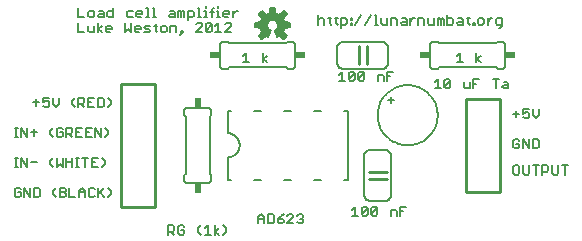
<source format=gto>
G75*
G70*
%OFA0B0*%
%FSLAX24Y24*%
%IPPOS*%
%LPD*%
%AMOC8*
5,1,8,0,0,1.08239X$1,22.5*
%
%ADD10C,0.0050*%
%ADD11C,0.0100*%
%ADD12C,0.0060*%
%ADD13R,0.0240X0.0340*%
%ADD14R,0.0340X0.0240*%
%ADD15C,0.0059*%
D10*
X001131Y002456D02*
X001232Y002456D01*
X001282Y002506D01*
X001282Y002607D01*
X001181Y002607D01*
X001081Y002707D02*
X001081Y002506D01*
X001131Y002456D01*
X001404Y002456D02*
X001404Y002757D01*
X001604Y002456D01*
X001604Y002757D01*
X001726Y002757D02*
X001876Y002757D01*
X001926Y002707D01*
X001926Y002506D01*
X001876Y002456D01*
X001726Y002456D01*
X001726Y002757D01*
X001282Y002707D02*
X001232Y002757D01*
X001131Y002757D01*
X001081Y002707D01*
X002370Y002657D02*
X002370Y002556D01*
X002470Y002456D01*
X002585Y002456D02*
X002735Y002456D01*
X002785Y002506D01*
X002785Y002556D01*
X002735Y002607D01*
X002585Y002607D01*
X002585Y002757D02*
X002735Y002757D01*
X002785Y002707D01*
X002785Y002657D01*
X002735Y002607D01*
X002585Y002456D02*
X002585Y002757D01*
X002470Y002757D02*
X002370Y002657D01*
X002907Y002757D02*
X002907Y002456D01*
X003108Y002456D01*
X003230Y002456D02*
X003230Y002657D01*
X003330Y002757D01*
X003430Y002657D01*
X003430Y002456D01*
X003552Y002506D02*
X003602Y002456D01*
X003702Y002456D01*
X003752Y002506D01*
X003874Y002456D02*
X003874Y002757D01*
X003752Y002707D02*
X003702Y002757D01*
X003602Y002757D01*
X003552Y002707D01*
X003552Y002506D01*
X003430Y002607D02*
X003230Y002607D01*
X003874Y002556D02*
X004074Y002757D01*
X004196Y002757D02*
X004297Y002657D01*
X004297Y002556D01*
X004196Y002456D01*
X004074Y002456D02*
X003924Y002607D01*
X003982Y003456D02*
X004082Y003556D01*
X004082Y003657D01*
X003982Y003757D01*
X003860Y003757D02*
X003659Y003757D01*
X003659Y003456D01*
X003860Y003456D01*
X003759Y003607D02*
X003659Y003607D01*
X003437Y003757D02*
X003437Y003456D01*
X003222Y003456D02*
X003122Y003456D01*
X003172Y003456D02*
X003172Y003757D01*
X003122Y003757D02*
X003222Y003757D01*
X003337Y003757D02*
X003537Y003757D01*
X003000Y003757D02*
X003000Y003456D01*
X003000Y003607D02*
X002800Y003607D01*
X002800Y003757D02*
X002800Y003456D01*
X002678Y003456D02*
X002678Y003757D01*
X002478Y003757D02*
X002478Y003456D01*
X002578Y003556D01*
X002678Y003456D01*
X002363Y003456D02*
X002263Y003556D01*
X002263Y003657D01*
X002363Y003757D01*
X001819Y003607D02*
X001619Y003607D01*
X001496Y003757D02*
X001496Y003456D01*
X001296Y003757D01*
X001296Y003456D01*
X001181Y003456D02*
X001081Y003456D01*
X001131Y003456D02*
X001131Y003757D01*
X001081Y003757D02*
X001181Y003757D01*
X001181Y004456D02*
X001081Y004456D01*
X001131Y004456D02*
X001131Y004757D01*
X001081Y004757D02*
X001181Y004757D01*
X001296Y004757D02*
X001496Y004456D01*
X001496Y004757D01*
X001296Y004757D02*
X001296Y004456D01*
X001619Y004607D02*
X001819Y004607D01*
X001719Y004707D02*
X001719Y004506D01*
X002263Y004556D02*
X002363Y004456D01*
X002478Y004506D02*
X002528Y004456D01*
X002628Y004456D01*
X002678Y004506D01*
X002678Y004607D01*
X002578Y004607D01*
X002678Y004707D02*
X002628Y004757D01*
X002528Y004757D01*
X002478Y004707D01*
X002478Y004506D01*
X002263Y004556D02*
X002263Y004657D01*
X002363Y004757D01*
X002800Y004757D02*
X002950Y004757D01*
X003000Y004707D01*
X003000Y004607D01*
X002950Y004556D01*
X002800Y004556D01*
X002800Y004456D02*
X002800Y004757D01*
X002900Y004556D02*
X003000Y004456D01*
X003122Y004456D02*
X003322Y004456D01*
X003445Y004456D02*
X003645Y004456D01*
X003767Y004456D02*
X003767Y004757D01*
X003967Y004456D01*
X003967Y004757D01*
X004089Y004757D02*
X004189Y004657D01*
X004189Y004556D01*
X004089Y004456D01*
X003645Y004757D02*
X003445Y004757D01*
X003445Y004456D01*
X003445Y004607D02*
X003545Y004607D01*
X003322Y004757D02*
X003122Y004757D01*
X003122Y004456D01*
X003122Y004607D02*
X003222Y004607D01*
X003210Y005456D02*
X003210Y005757D01*
X003360Y005757D01*
X003410Y005707D01*
X003410Y005607D01*
X003360Y005556D01*
X003210Y005556D01*
X003310Y005556D02*
X003410Y005456D01*
X003532Y005456D02*
X003733Y005456D01*
X003855Y005456D02*
X004005Y005456D01*
X004055Y005506D01*
X004055Y005707D01*
X004005Y005757D01*
X003855Y005757D01*
X003855Y005456D01*
X003633Y005607D02*
X003532Y005607D01*
X003532Y005757D02*
X003532Y005456D01*
X003095Y005456D02*
X002995Y005556D01*
X002995Y005657D01*
X003095Y005757D01*
X003532Y005757D02*
X003733Y005757D01*
X004177Y005757D02*
X004277Y005657D01*
X004277Y005556D01*
X004177Y005456D01*
X002551Y005556D02*
X002451Y005456D01*
X002351Y005556D01*
X002351Y005757D01*
X002229Y005757D02*
X002029Y005757D01*
X002029Y005607D01*
X002129Y005657D01*
X002179Y005657D01*
X002229Y005607D01*
X002229Y005506D01*
X002179Y005456D01*
X002079Y005456D01*
X002029Y005506D01*
X001907Y005607D02*
X001706Y005607D01*
X001806Y005707D02*
X001806Y005506D01*
X002551Y005556D02*
X002551Y005757D01*
X006590Y007856D02*
X006690Y007956D01*
X006640Y007956D01*
X006640Y008006D01*
X006690Y008006D01*
X006690Y007956D01*
X006468Y007956D02*
X006468Y008107D01*
X006418Y008157D01*
X006268Y008157D01*
X006268Y007956D01*
X006146Y008006D02*
X006146Y008107D01*
X006096Y008157D01*
X005996Y008157D01*
X005946Y008107D01*
X005946Y008006D01*
X005996Y007956D01*
X006096Y007956D01*
X006146Y008006D01*
X005831Y007956D02*
X005781Y008006D01*
X005781Y008207D01*
X005731Y008157D02*
X005831Y008157D01*
X005609Y008157D02*
X005458Y008157D01*
X005408Y008107D01*
X005458Y008056D01*
X005559Y008056D01*
X005609Y008006D01*
X005559Y007956D01*
X005408Y007956D01*
X005286Y008056D02*
X005086Y008056D01*
X005086Y008006D02*
X005086Y008107D01*
X005136Y008157D01*
X005236Y008157D01*
X005286Y008107D01*
X005286Y008056D01*
X005236Y007956D02*
X005136Y007956D01*
X005086Y008006D01*
X004964Y007956D02*
X004964Y008257D01*
X004764Y008257D02*
X004764Y007956D01*
X004864Y008056D01*
X004964Y007956D01*
X004320Y008056D02*
X004119Y008056D01*
X004119Y008006D02*
X004119Y008107D01*
X004169Y008157D01*
X004270Y008157D01*
X004320Y008107D01*
X004320Y008056D01*
X004270Y007956D02*
X004169Y007956D01*
X004119Y008006D01*
X004001Y007956D02*
X003851Y008056D01*
X004001Y008157D01*
X003851Y008257D02*
X003851Y007956D01*
X003729Y007956D02*
X003729Y008157D01*
X003529Y008157D02*
X003529Y008006D01*
X003579Y007956D01*
X003729Y007956D01*
X003407Y007956D02*
X003206Y007956D01*
X003206Y008257D01*
X003206Y008456D02*
X003407Y008456D01*
X003529Y008506D02*
X003579Y008456D01*
X003679Y008456D01*
X003729Y008506D01*
X003729Y008607D01*
X003679Y008657D01*
X003579Y008657D01*
X003529Y008607D01*
X003529Y008506D01*
X003851Y008506D02*
X003901Y008556D01*
X004051Y008556D01*
X004051Y008607D02*
X004051Y008456D01*
X003901Y008456D01*
X003851Y008506D01*
X003901Y008657D02*
X004001Y008657D01*
X004051Y008607D01*
X004173Y008607D02*
X004173Y008506D01*
X004223Y008456D01*
X004373Y008456D01*
X004373Y008757D01*
X004373Y008657D02*
X004223Y008657D01*
X004173Y008607D01*
X004818Y008607D02*
X004818Y008506D01*
X004868Y008456D01*
X005018Y008456D01*
X005140Y008506D02*
X005140Y008607D01*
X005190Y008657D01*
X005290Y008657D01*
X005340Y008607D01*
X005340Y008556D01*
X005140Y008556D01*
X005140Y008506D02*
X005190Y008456D01*
X005290Y008456D01*
X005462Y008456D02*
X005562Y008456D01*
X005512Y008456D02*
X005512Y008757D01*
X005462Y008757D01*
X005677Y008757D02*
X005727Y008757D01*
X005727Y008456D01*
X005677Y008456D02*
X005777Y008456D01*
X006214Y008506D02*
X006264Y008456D01*
X006414Y008456D01*
X006414Y008607D01*
X006364Y008657D01*
X006264Y008657D01*
X006264Y008556D02*
X006414Y008556D01*
X006264Y008556D02*
X006214Y008506D01*
X006536Y008456D02*
X006536Y008657D01*
X006586Y008657D01*
X006636Y008607D01*
X006686Y008657D01*
X006736Y008607D01*
X006736Y008456D01*
X006636Y008456D02*
X006636Y008607D01*
X006859Y008657D02*
X007009Y008657D01*
X007059Y008607D01*
X007059Y008506D01*
X007009Y008456D01*
X006859Y008456D01*
X006859Y008356D02*
X006859Y008657D01*
X007181Y008757D02*
X007231Y008757D01*
X007231Y008456D01*
X007181Y008456D02*
X007281Y008456D01*
X007396Y008456D02*
X007496Y008456D01*
X007446Y008456D02*
X007446Y008657D01*
X007396Y008657D01*
X007446Y008757D02*
X007446Y008807D01*
X007661Y008707D02*
X007711Y008757D01*
X007661Y008707D02*
X007661Y008456D01*
X007825Y008456D02*
X007925Y008456D01*
X007875Y008456D02*
X007875Y008657D01*
X007825Y008657D01*
X007875Y008757D02*
X007875Y008807D01*
X007711Y008607D02*
X007610Y008607D01*
X008040Y008607D02*
X008040Y008506D01*
X008090Y008456D01*
X008190Y008456D01*
X008240Y008556D02*
X008040Y008556D01*
X008040Y008607D02*
X008090Y008657D01*
X008190Y008657D01*
X008240Y008607D01*
X008240Y008556D01*
X008362Y008556D02*
X008462Y008657D01*
X008513Y008657D01*
X008362Y008657D02*
X008362Y008456D01*
X008244Y008257D02*
X008144Y008257D01*
X008094Y008207D01*
X008244Y008257D02*
X008294Y008207D01*
X008294Y008157D01*
X008094Y007956D01*
X008294Y007956D01*
X007972Y007956D02*
X007772Y007956D01*
X007872Y007956D02*
X007872Y008257D01*
X007772Y008157D01*
X007649Y008207D02*
X007649Y008006D01*
X007599Y007956D01*
X007499Y007956D01*
X007449Y008006D01*
X007649Y008207D01*
X007599Y008257D01*
X007499Y008257D01*
X007449Y008207D01*
X007449Y008006D01*
X007327Y007956D02*
X007127Y007956D01*
X007327Y008157D01*
X007327Y008207D01*
X007277Y008257D01*
X007177Y008257D01*
X007127Y008207D01*
X008706Y007157D02*
X008806Y007257D01*
X008806Y006956D01*
X008706Y006956D02*
X008907Y006956D01*
X009351Y006956D02*
X009351Y007257D01*
X009501Y007157D02*
X009351Y007056D01*
X009501Y006956D01*
X011894Y006532D02*
X011994Y006632D01*
X011994Y006331D01*
X011894Y006331D02*
X012094Y006331D01*
X012216Y006381D02*
X012416Y006582D01*
X012416Y006381D01*
X012366Y006331D01*
X012266Y006331D01*
X012216Y006381D01*
X012216Y006582D01*
X012266Y006632D01*
X012366Y006632D01*
X012416Y006582D01*
X012538Y006582D02*
X012588Y006632D01*
X012689Y006632D01*
X012739Y006582D01*
X012538Y006381D01*
X012588Y006331D01*
X012689Y006331D01*
X012739Y006381D01*
X012739Y006582D01*
X012538Y006582D02*
X012538Y006381D01*
X013183Y006331D02*
X013183Y006532D01*
X013333Y006532D01*
X013383Y006482D01*
X013383Y006331D01*
X013505Y006331D02*
X013505Y006632D01*
X013705Y006632D01*
X013605Y006482D02*
X013505Y006482D01*
X015081Y006282D02*
X015181Y006382D01*
X015181Y006081D01*
X015081Y006081D02*
X015282Y006081D01*
X015404Y006131D02*
X015454Y006081D01*
X015554Y006081D01*
X015604Y006131D01*
X015604Y006332D01*
X015404Y006131D01*
X015404Y006332D01*
X015454Y006382D01*
X015554Y006382D01*
X015604Y006332D01*
X016048Y006282D02*
X016048Y006131D01*
X016098Y006081D01*
X016248Y006081D01*
X016248Y006282D01*
X016370Y006232D02*
X016470Y006232D01*
X016370Y006382D02*
X016571Y006382D01*
X016370Y006382D02*
X016370Y006081D01*
X017015Y006382D02*
X017215Y006382D01*
X017115Y006382D02*
X017115Y006081D01*
X017337Y006131D02*
X017387Y006181D01*
X017537Y006181D01*
X017537Y006232D02*
X017487Y006282D01*
X017387Y006282D01*
X017537Y006232D02*
X017537Y006081D01*
X017387Y006081D01*
X017337Y006131D01*
X017806Y005332D02*
X017806Y005131D01*
X017706Y005232D02*
X017907Y005232D01*
X018029Y005232D02*
X018029Y005382D01*
X018229Y005382D01*
X018179Y005282D02*
X018229Y005232D01*
X018229Y005131D01*
X018179Y005081D01*
X018079Y005081D01*
X018029Y005131D01*
X018029Y005232D02*
X018129Y005282D01*
X018179Y005282D01*
X018351Y005382D02*
X018351Y005181D01*
X018451Y005081D01*
X018551Y005181D01*
X018551Y005382D01*
X018501Y004382D02*
X018351Y004382D01*
X018351Y004081D01*
X018501Y004081D01*
X018551Y004131D01*
X018551Y004332D01*
X018501Y004382D01*
X018229Y004382D02*
X018229Y004081D01*
X018029Y004382D01*
X018029Y004081D01*
X017907Y004131D02*
X017907Y004232D01*
X017806Y004232D01*
X017706Y004332D02*
X017706Y004131D01*
X017756Y004081D01*
X017857Y004081D01*
X017907Y004131D01*
X017907Y004332D02*
X017857Y004382D01*
X017756Y004382D01*
X017706Y004332D01*
X017756Y003507D02*
X017706Y003457D01*
X017706Y003256D01*
X017756Y003206D01*
X017857Y003206D01*
X017907Y003256D01*
X017907Y003457D01*
X017857Y003507D01*
X017756Y003507D01*
X018029Y003507D02*
X018029Y003256D01*
X018079Y003206D01*
X018179Y003206D01*
X018229Y003256D01*
X018229Y003507D01*
X018351Y003507D02*
X018551Y003507D01*
X018451Y003507D02*
X018451Y003206D01*
X018673Y003206D02*
X018673Y003507D01*
X018823Y003507D01*
X018873Y003457D01*
X018873Y003357D01*
X018823Y003306D01*
X018673Y003306D01*
X018995Y003256D02*
X018995Y003507D01*
X019196Y003507D02*
X019196Y003256D01*
X019146Y003206D01*
X019045Y003206D01*
X018995Y003256D01*
X019318Y003507D02*
X019518Y003507D01*
X019418Y003507D02*
X019418Y003206D01*
X014143Y002132D02*
X013943Y002132D01*
X013943Y001831D01*
X013821Y001831D02*
X013821Y001982D01*
X013771Y002032D01*
X013620Y002032D01*
X013620Y001831D01*
X013943Y001982D02*
X014043Y001982D01*
X013176Y002082D02*
X013176Y001881D01*
X013126Y001831D01*
X013026Y001831D01*
X012976Y001881D01*
X013176Y002082D01*
X013126Y002132D01*
X013026Y002132D01*
X012976Y002082D01*
X012976Y001881D01*
X012854Y001881D02*
X012804Y001831D01*
X012704Y001831D01*
X012654Y001881D01*
X012854Y002082D01*
X012854Y001881D01*
X012654Y001881D02*
X012654Y002082D01*
X012704Y002132D01*
X012804Y002132D01*
X012854Y002082D01*
X012431Y002132D02*
X012431Y001831D01*
X012331Y001831D02*
X012532Y001831D01*
X012331Y002032D02*
X012431Y002132D01*
X010696Y001832D02*
X010696Y001782D01*
X010646Y001732D01*
X010696Y001681D01*
X010696Y001631D01*
X010646Y001581D01*
X010545Y001581D01*
X010495Y001631D01*
X010373Y001581D02*
X010173Y001581D01*
X010373Y001782D01*
X010373Y001832D01*
X010323Y001882D01*
X010223Y001882D01*
X010173Y001832D01*
X010051Y001882D02*
X009951Y001832D01*
X009851Y001732D01*
X010001Y001732D01*
X010051Y001681D01*
X010051Y001631D01*
X010001Y001581D01*
X009901Y001581D01*
X009851Y001631D01*
X009851Y001732D01*
X009729Y001832D02*
X009729Y001631D01*
X009679Y001581D01*
X009529Y001581D01*
X009529Y001882D01*
X009679Y001882D01*
X009729Y001832D01*
X009407Y001782D02*
X009407Y001581D01*
X009407Y001732D02*
X009206Y001732D01*
X009206Y001782D02*
X009206Y001581D01*
X009206Y001782D02*
X009306Y001882D01*
X009407Y001782D01*
X010495Y001832D02*
X010545Y001882D01*
X010646Y001882D01*
X010696Y001832D01*
X010646Y001732D02*
X010595Y001732D01*
X008112Y001407D02*
X008112Y001306D01*
X008012Y001206D01*
X007894Y001206D02*
X007744Y001306D01*
X007894Y001407D01*
X008012Y001507D02*
X008112Y001407D01*
X007744Y001507D02*
X007744Y001206D01*
X007621Y001206D02*
X007421Y001206D01*
X007521Y001206D02*
X007521Y001507D01*
X007421Y001407D01*
X007306Y001507D02*
X007206Y001407D01*
X007206Y001306D01*
X007306Y001206D01*
X006729Y001256D02*
X006729Y001357D01*
X006629Y001357D01*
X006729Y001457D02*
X006679Y001507D01*
X006579Y001507D01*
X006529Y001457D01*
X006529Y001256D01*
X006579Y001206D01*
X006679Y001206D01*
X006729Y001256D01*
X006407Y001206D02*
X006306Y001306D01*
X006357Y001306D02*
X006206Y001306D01*
X006206Y001206D02*
X006206Y001507D01*
X006357Y001507D01*
X006407Y001457D01*
X006407Y001357D01*
X006357Y001306D01*
X015816Y006956D02*
X016017Y006956D01*
X015916Y006956D02*
X015916Y007257D01*
X015816Y007157D01*
X016461Y007257D02*
X016461Y006956D01*
X016461Y007056D02*
X016611Y007157D01*
X016461Y007056D02*
X016611Y006956D01*
X017214Y008106D02*
X017264Y008106D01*
X017314Y008156D01*
X017314Y008407D01*
X017164Y008407D01*
X017114Y008357D01*
X017114Y008256D01*
X017164Y008206D01*
X017314Y008206D01*
X016996Y008407D02*
X016946Y008407D01*
X016846Y008306D01*
X016846Y008206D02*
X016846Y008407D01*
X016724Y008357D02*
X016674Y008407D01*
X016574Y008407D01*
X016523Y008357D01*
X016523Y008256D01*
X016574Y008206D01*
X016674Y008206D01*
X016724Y008256D01*
X016724Y008357D01*
X016412Y008256D02*
X016412Y008206D01*
X016362Y008206D01*
X016362Y008256D01*
X016412Y008256D01*
X016248Y008206D02*
X016198Y008256D01*
X016198Y008457D01*
X016148Y008407D02*
X016248Y008407D01*
X016025Y008357D02*
X016025Y008206D01*
X015875Y008206D01*
X015825Y008256D01*
X015875Y008306D01*
X016025Y008306D01*
X016025Y008357D02*
X015975Y008407D01*
X015875Y008407D01*
X015703Y008357D02*
X015653Y008407D01*
X015503Y008407D01*
X015503Y008507D02*
X015503Y008206D01*
X015653Y008206D01*
X015703Y008256D01*
X015703Y008357D01*
X015381Y008357D02*
X015381Y008206D01*
X015281Y008206D02*
X015281Y008357D01*
X015331Y008407D01*
X015381Y008357D01*
X015281Y008357D02*
X015231Y008407D01*
X015181Y008407D01*
X015181Y008206D01*
X015059Y008206D02*
X015059Y008407D01*
X014859Y008407D02*
X014859Y008256D01*
X014909Y008206D01*
X015059Y008206D01*
X014736Y008206D02*
X014736Y008357D01*
X014686Y008407D01*
X014536Y008407D01*
X014536Y008206D01*
X014368Y008407D02*
X014268Y008306D01*
X014268Y008206D02*
X014268Y008407D01*
X014368Y008407D02*
X014418Y008407D01*
X014146Y008357D02*
X014146Y008206D01*
X013996Y008206D01*
X013946Y008256D01*
X013996Y008306D01*
X014146Y008306D01*
X014146Y008357D02*
X014096Y008407D01*
X013996Y008407D01*
X013823Y008357D02*
X013823Y008206D01*
X013823Y008357D02*
X013773Y008407D01*
X013623Y008407D01*
X013623Y008206D01*
X013501Y008206D02*
X013501Y008407D01*
X013301Y008407D02*
X013301Y008256D01*
X013351Y008206D01*
X013501Y008206D01*
X013186Y008206D02*
X013086Y008206D01*
X013136Y008206D02*
X013136Y008507D01*
X013086Y008507D01*
X012964Y008507D02*
X012764Y008206D01*
X012442Y008206D02*
X012642Y008507D01*
X012331Y008407D02*
X012331Y008357D01*
X012281Y008357D01*
X012281Y008407D01*
X012331Y008407D01*
X012159Y008357D02*
X012159Y008256D01*
X012108Y008206D01*
X011958Y008206D01*
X011958Y008106D02*
X011958Y008407D01*
X012108Y008407D01*
X012159Y008357D01*
X012281Y008256D02*
X012281Y008206D01*
X012331Y008206D01*
X012331Y008256D01*
X012281Y008256D01*
X011844Y008206D02*
X011794Y008256D01*
X011794Y008457D01*
X011744Y008407D02*
X011844Y008407D01*
X011629Y008407D02*
X011529Y008407D01*
X011579Y008457D02*
X011579Y008256D01*
X011629Y008206D01*
X011407Y008206D02*
X011407Y008357D01*
X011357Y008407D01*
X011256Y008407D01*
X011206Y008357D01*
X011206Y008507D02*
X011206Y008206D01*
X005018Y008657D02*
X004868Y008657D01*
X004818Y008607D01*
X003206Y008757D02*
X003206Y008456D01*
D11*
X004611Y002130D02*
X005752Y002130D01*
X005752Y006233D01*
X004611Y006233D01*
X004611Y002130D01*
X012881Y003051D02*
X013481Y003051D01*
X013481Y003301D02*
X012881Y003301D01*
X016111Y002630D02*
X017252Y002630D01*
X017252Y005733D01*
X016111Y005733D01*
X016111Y002630D01*
X012811Y006881D02*
X012811Y007481D01*
X012561Y007481D02*
X012561Y006881D01*
D12*
X012031Y006731D02*
X012005Y006733D01*
X011979Y006738D01*
X011954Y006746D01*
X011931Y006758D01*
X011909Y006772D01*
X011890Y006790D01*
X011872Y006809D01*
X011858Y006831D01*
X011846Y006854D01*
X011838Y006879D01*
X011833Y006905D01*
X011831Y006931D01*
X011831Y007431D01*
X011833Y007457D01*
X011838Y007483D01*
X011846Y007508D01*
X011858Y007531D01*
X011872Y007553D01*
X011890Y007572D01*
X011909Y007590D01*
X011931Y007604D01*
X011954Y007616D01*
X011979Y007624D01*
X012005Y007629D01*
X012031Y007631D01*
X013331Y007631D01*
X013357Y007629D01*
X013383Y007624D01*
X013408Y007616D01*
X013431Y007604D01*
X013453Y007590D01*
X013472Y007572D01*
X013490Y007553D01*
X013504Y007531D01*
X013516Y007508D01*
X013524Y007483D01*
X013529Y007457D01*
X013531Y007431D01*
X013531Y006931D01*
X013529Y006905D01*
X013524Y006879D01*
X013516Y006854D01*
X013504Y006831D01*
X013490Y006809D01*
X013472Y006790D01*
X013453Y006772D01*
X013431Y006758D01*
X013408Y006746D01*
X013383Y006738D01*
X013357Y006733D01*
X013331Y006731D01*
X012031Y006731D01*
X010431Y006831D02*
X010431Y007531D01*
X010429Y007548D01*
X010425Y007565D01*
X010418Y007581D01*
X010408Y007595D01*
X010395Y007608D01*
X010381Y007618D01*
X010365Y007625D01*
X010348Y007629D01*
X010331Y007631D01*
X010181Y007631D01*
X010131Y007581D01*
X008231Y007581D01*
X008181Y007631D01*
X008031Y007631D01*
X008014Y007629D01*
X007997Y007625D01*
X007981Y007618D01*
X007967Y007608D01*
X007954Y007595D01*
X007944Y007581D01*
X007937Y007565D01*
X007933Y007548D01*
X007931Y007531D01*
X007931Y006831D01*
X007933Y006814D01*
X007937Y006797D01*
X007944Y006781D01*
X007954Y006767D01*
X007967Y006754D01*
X007981Y006744D01*
X007997Y006737D01*
X008014Y006733D01*
X008031Y006731D01*
X008181Y006731D01*
X008231Y006781D01*
X010131Y006781D01*
X010181Y006731D01*
X010331Y006731D01*
X010348Y006733D01*
X010365Y006737D01*
X010381Y006744D01*
X010395Y006754D01*
X010408Y006767D01*
X010418Y006781D01*
X010425Y006797D01*
X010429Y006814D01*
X010431Y006831D01*
X010306Y005331D02*
X010056Y005331D01*
X009306Y005331D02*
X009056Y005331D01*
X008306Y005331D02*
X008181Y005331D01*
X008181Y004581D01*
X008220Y004579D01*
X008259Y004573D01*
X008297Y004564D01*
X008334Y004551D01*
X008370Y004534D01*
X008403Y004514D01*
X008435Y004490D01*
X008464Y004464D01*
X008490Y004435D01*
X008514Y004403D01*
X008534Y004370D01*
X008551Y004334D01*
X008564Y004297D01*
X008573Y004259D01*
X008579Y004220D01*
X008581Y004181D01*
X008579Y004142D01*
X008573Y004103D01*
X008564Y004065D01*
X008551Y004028D01*
X008534Y003992D01*
X008514Y003959D01*
X008490Y003927D01*
X008464Y003898D01*
X008435Y003872D01*
X008403Y003848D01*
X008370Y003828D01*
X008334Y003811D01*
X008297Y003798D01*
X008259Y003789D01*
X008220Y003783D01*
X008181Y003781D01*
X008181Y003031D01*
X008306Y003031D01*
X007631Y003031D02*
X007631Y003181D01*
X007581Y003231D01*
X007581Y005131D01*
X007631Y005181D01*
X007631Y005331D01*
X007629Y005348D01*
X007625Y005365D01*
X007618Y005381D01*
X007608Y005395D01*
X007595Y005408D01*
X007581Y005418D01*
X007565Y005425D01*
X007548Y005429D01*
X007531Y005431D01*
X006831Y005431D01*
X006814Y005429D01*
X006797Y005425D01*
X006781Y005418D01*
X006767Y005408D01*
X006754Y005395D01*
X006744Y005381D01*
X006737Y005365D01*
X006733Y005348D01*
X006731Y005331D01*
X006731Y005181D01*
X006781Y005131D01*
X006781Y003231D01*
X006731Y003181D01*
X006731Y003031D01*
X006733Y003014D01*
X006737Y002997D01*
X006744Y002981D01*
X006754Y002967D01*
X006767Y002954D01*
X006781Y002944D01*
X006797Y002937D01*
X006814Y002933D01*
X006831Y002931D01*
X007531Y002931D01*
X007548Y002933D01*
X007565Y002937D01*
X007581Y002944D01*
X007595Y002954D01*
X007608Y002967D01*
X007618Y002981D01*
X007625Y002997D01*
X007629Y003014D01*
X007631Y003031D01*
X009056Y003031D02*
X009306Y003031D01*
X010056Y003031D02*
X010306Y003031D01*
X011056Y003031D02*
X011306Y003031D01*
X012056Y003031D02*
X012181Y003031D01*
X012181Y005331D01*
X012056Y005331D01*
X011306Y005331D02*
X011056Y005331D01*
X013531Y005681D02*
X013631Y005681D01*
X013631Y005781D01*
X013631Y005681D02*
X013731Y005681D01*
X013631Y005681D02*
X013631Y005581D01*
X013181Y005181D02*
X013183Y005244D01*
X013189Y005306D01*
X013199Y005368D01*
X013212Y005430D01*
X013230Y005490D01*
X013251Y005549D01*
X013276Y005607D01*
X013305Y005663D01*
X013337Y005717D01*
X013372Y005769D01*
X013410Y005818D01*
X013452Y005866D01*
X013496Y005910D01*
X013544Y005952D01*
X013593Y005990D01*
X013645Y006025D01*
X013699Y006057D01*
X013755Y006086D01*
X013813Y006111D01*
X013872Y006132D01*
X013932Y006150D01*
X013994Y006163D01*
X014056Y006173D01*
X014118Y006179D01*
X014181Y006181D01*
X014244Y006179D01*
X014306Y006173D01*
X014368Y006163D01*
X014430Y006150D01*
X014490Y006132D01*
X014549Y006111D01*
X014607Y006086D01*
X014663Y006057D01*
X014717Y006025D01*
X014769Y005990D01*
X014818Y005952D01*
X014866Y005910D01*
X014910Y005866D01*
X014952Y005818D01*
X014990Y005769D01*
X015025Y005717D01*
X015057Y005663D01*
X015086Y005607D01*
X015111Y005549D01*
X015132Y005490D01*
X015150Y005430D01*
X015163Y005368D01*
X015173Y005306D01*
X015179Y005244D01*
X015181Y005181D01*
X015179Y005118D01*
X015173Y005056D01*
X015163Y004994D01*
X015150Y004932D01*
X015132Y004872D01*
X015111Y004813D01*
X015086Y004755D01*
X015057Y004699D01*
X015025Y004645D01*
X014990Y004593D01*
X014952Y004544D01*
X014910Y004496D01*
X014866Y004452D01*
X014818Y004410D01*
X014769Y004372D01*
X014717Y004337D01*
X014663Y004305D01*
X014607Y004276D01*
X014549Y004251D01*
X014490Y004230D01*
X014430Y004212D01*
X014368Y004199D01*
X014306Y004189D01*
X014244Y004183D01*
X014181Y004181D01*
X014118Y004183D01*
X014056Y004189D01*
X013994Y004199D01*
X013932Y004212D01*
X013872Y004230D01*
X013813Y004251D01*
X013755Y004276D01*
X013699Y004305D01*
X013645Y004337D01*
X013593Y004372D01*
X013544Y004410D01*
X013496Y004452D01*
X013452Y004496D01*
X013410Y004544D01*
X013372Y004593D01*
X013337Y004645D01*
X013305Y004699D01*
X013276Y004755D01*
X013251Y004813D01*
X013230Y004872D01*
X013212Y004932D01*
X013199Y004994D01*
X013189Y005056D01*
X013183Y005118D01*
X013181Y005181D01*
X012931Y004031D02*
X013431Y004031D01*
X013457Y004029D01*
X013483Y004024D01*
X013508Y004016D01*
X013531Y004004D01*
X013553Y003990D01*
X013572Y003972D01*
X013590Y003953D01*
X013604Y003931D01*
X013616Y003908D01*
X013624Y003883D01*
X013629Y003857D01*
X013631Y003831D01*
X013631Y002531D01*
X013629Y002505D01*
X013624Y002479D01*
X013616Y002454D01*
X013604Y002431D01*
X013590Y002409D01*
X013572Y002390D01*
X013553Y002372D01*
X013531Y002358D01*
X013508Y002346D01*
X013483Y002338D01*
X013457Y002333D01*
X013431Y002331D01*
X012931Y002331D01*
X012905Y002333D01*
X012879Y002338D01*
X012854Y002346D01*
X012831Y002358D01*
X012809Y002372D01*
X012790Y002390D01*
X012772Y002409D01*
X012758Y002431D01*
X012746Y002454D01*
X012738Y002479D01*
X012733Y002505D01*
X012731Y002531D01*
X012731Y003831D01*
X012733Y003857D01*
X012738Y003883D01*
X012746Y003908D01*
X012758Y003931D01*
X012772Y003953D01*
X012790Y003972D01*
X012809Y003990D01*
X012831Y004004D01*
X012854Y004016D01*
X012879Y004024D01*
X012905Y004029D01*
X012931Y004031D01*
X015031Y006731D02*
X015181Y006731D01*
X015231Y006781D01*
X017131Y006781D01*
X017181Y006731D01*
X017331Y006731D01*
X017348Y006733D01*
X017365Y006737D01*
X017381Y006744D01*
X017395Y006754D01*
X017408Y006767D01*
X017418Y006781D01*
X017425Y006797D01*
X017429Y006814D01*
X017431Y006831D01*
X017431Y007531D01*
X017429Y007548D01*
X017425Y007565D01*
X017418Y007581D01*
X017408Y007595D01*
X017395Y007608D01*
X017381Y007618D01*
X017365Y007625D01*
X017348Y007629D01*
X017331Y007631D01*
X017181Y007631D01*
X017131Y007581D01*
X015231Y007581D01*
X015181Y007631D01*
X015031Y007631D01*
X015014Y007629D01*
X014997Y007625D01*
X014981Y007618D01*
X014967Y007608D01*
X014954Y007595D01*
X014944Y007581D01*
X014937Y007565D01*
X014933Y007548D01*
X014931Y007531D01*
X014931Y006831D01*
X014933Y006814D01*
X014937Y006797D01*
X014944Y006781D01*
X014954Y006767D01*
X014967Y006754D01*
X014981Y006744D01*
X014997Y006737D01*
X015014Y006733D01*
X015031Y006731D01*
D13*
X007181Y005601D03*
X007181Y002761D03*
D14*
X007761Y007181D03*
X010601Y007181D03*
X014761Y007181D03*
X017601Y007181D03*
D15*
X010268Y008109D02*
X010268Y008253D01*
X010077Y008273D01*
X010057Y008337D01*
X010026Y008397D01*
X010147Y008545D01*
X010045Y008647D01*
X009897Y008526D01*
X009837Y008557D01*
X009773Y008577D01*
X009753Y008768D01*
X009609Y008768D01*
X009590Y008577D01*
X009526Y008557D01*
X009466Y008526D01*
X009318Y008647D01*
X009216Y008545D01*
X009337Y008397D01*
X009306Y008337D01*
X009286Y008273D01*
X009095Y008253D01*
X009095Y008109D01*
X009286Y008090D01*
X009306Y008026D01*
X009337Y007966D01*
X009216Y007818D01*
X009318Y007716D01*
X009466Y007837D01*
X009526Y007806D01*
X009611Y008011D01*
X009573Y008032D01*
X009541Y008062D01*
X009517Y008098D01*
X009502Y008138D01*
X009497Y008181D01*
X009502Y008225D01*
X009518Y008267D01*
X009543Y008303D01*
X009576Y008333D01*
X009615Y008353D01*
X009657Y008364D01*
X009701Y008365D01*
X009744Y008355D01*
X009784Y008335D01*
X009817Y008306D01*
X009843Y008270D01*
X009860Y008229D01*
X009866Y008185D01*
X009862Y008141D01*
X009847Y008100D01*
X009823Y008063D01*
X009791Y008033D01*
X009752Y008011D01*
X009837Y007806D01*
X009897Y007837D01*
X010045Y007716D01*
X010147Y007818D01*
X010026Y007966D01*
X010057Y008026D01*
X010077Y008090D01*
X010268Y008109D01*
X010268Y008130D02*
X009858Y008130D01*
X009866Y008188D02*
X010268Y008188D01*
X010268Y008245D02*
X009853Y008245D01*
X009820Y008303D02*
X010067Y008303D01*
X010044Y008360D02*
X009720Y008360D01*
X009642Y008360D02*
X009318Y008360D01*
X009320Y008418D02*
X010043Y008418D01*
X010090Y008476D02*
X009273Y008476D01*
X009226Y008533D02*
X009457Y008533D01*
X009481Y008533D02*
X009882Y008533D01*
X009906Y008533D02*
X010137Y008533D01*
X010101Y008591D02*
X009976Y008591D01*
X009771Y008591D02*
X009591Y008591D01*
X009597Y008648D02*
X009766Y008648D01*
X009760Y008706D02*
X009603Y008706D01*
X009609Y008764D02*
X009754Y008764D01*
X009386Y008591D02*
X009262Y008591D01*
X009295Y008303D02*
X009542Y008303D01*
X009510Y008245D02*
X009095Y008245D01*
X009095Y008188D02*
X009498Y008188D01*
X009505Y008130D02*
X009095Y008130D01*
X009291Y008072D02*
X009534Y008072D01*
X009604Y008015D02*
X009312Y008015D01*
X009330Y007957D02*
X009589Y007957D01*
X009565Y007900D02*
X009283Y007900D01*
X009236Y007842D02*
X009541Y007842D01*
X009402Y007784D02*
X009249Y007784D01*
X009307Y007727D02*
X009331Y007727D01*
X009774Y007957D02*
X010033Y007957D01*
X010051Y008015D02*
X009759Y008015D01*
X009829Y008072D02*
X010071Y008072D01*
X010080Y007900D02*
X009798Y007900D01*
X009822Y007842D02*
X010127Y007842D01*
X010113Y007784D02*
X009961Y007784D01*
X010032Y007727D02*
X010056Y007727D01*
M02*

</source>
